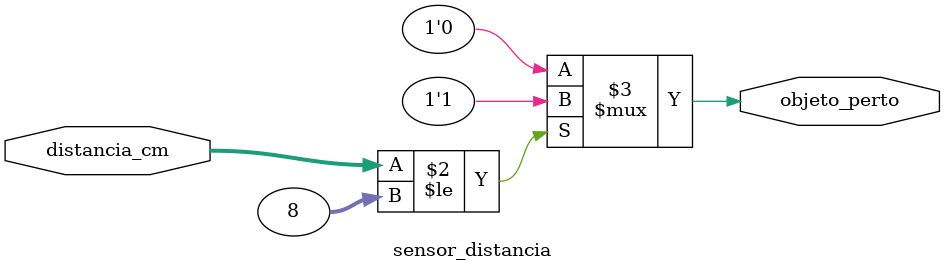
<source format=v>
module sensor_distancia (
    input wire [7:0] distancia_cm,
    output reg objeto_perto
);
    always @(*) begin
        objeto_perto = (distancia_cm <= 8) ? 1'b1 : 1'b0;
    end
endmodule

</source>
